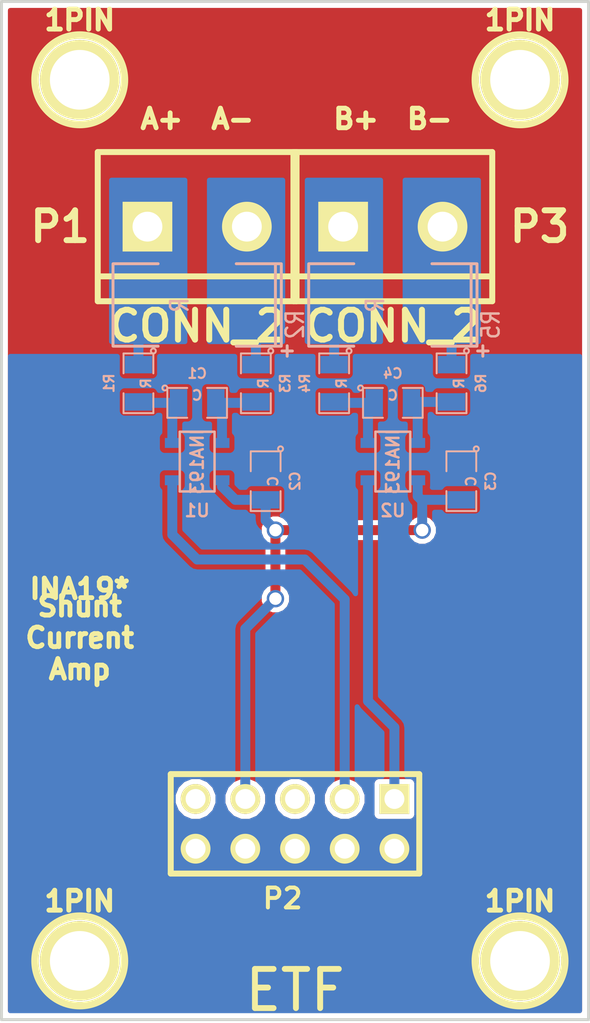
<source format=kicad_pcb>
(kicad_pcb (version 3) (host pcbnew "(2013-mar-13)-testing")

  (general
    (links 30)
    (no_connects 0)
    (area 95.924999 95.924999 126.075001 148.075001)
    (thickness 1.6)
    (drawings 9)
    (tracks 56)
    (zones 0)
    (modules 19)
    (nets 13)
  )

  (page A3)
  (layers
    (15 F.Cu signal hide)
    (0 B.Cu signal hide)
    (16 B.Adhes user)
    (17 F.Adhes user)
    (18 B.Paste user)
    (19 F.Paste user)
    (20 B.SilkS user)
    (21 F.SilkS user)
    (22 B.Mask user)
    (23 F.Mask user)
    (24 Dwgs.User user)
    (25 Cmts.User user)
    (26 Eco1.User user)
    (27 Eco2.User user)
    (28 Edge.Cuts user)
  )

  (setup
    (last_trace_width 0.508)
    (user_trace_width 0.254)
    (user_trace_width 0.508)
    (trace_clearance 0.254)
    (zone_clearance 0.254)
    (zone_45_only no)
    (trace_min 0.254)
    (segment_width 0.2)
    (edge_width 0.15)
    (via_size 0.889)
    (via_drill 0.635)
    (via_min_size 0.889)
    (via_min_drill 0.508)
    (uvia_size 0.508)
    (uvia_drill 0.127)
    (uvias_allowed no)
    (uvia_min_size 0.508)
    (uvia_min_drill 0.127)
    (pcb_text_width 0.3)
    (pcb_text_size 1 1)
    (mod_edge_width 0.15)
    (mod_text_size 1 1)
    (mod_text_width 0.15)
    (pad_size 2.54 2.54)
    (pad_drill 1.524)
    (pad_to_mask_clearance 0)
    (aux_axis_origin 0 0)
    (visible_elements FFFF7FBF)
    (pcbplotparams
      (layerselection 15761409)
      (usegerberextensions true)
      (excludeedgelayer true)
      (linewidth 152400)
      (plotframeref false)
      (viasonmask false)
      (mode 1)
      (useauxorigin false)
      (hpglpennumber 1)
      (hpglpenspeed 20)
      (hpglpendiameter 15)
      (hpglpenoverlay 2)
      (psnegative false)
      (psa4output false)
      (plotreference true)
      (plotvalue false)
      (plotothertext true)
      (plotinvisibletext false)
      (padsonsilk false)
      (subtractmaskfromsilk false)
      (outputformat 1)
      (mirror false)
      (drillshape 0)
      (scaleselection 1)
      (outputdirectory inaout/))
  )

  (net 0 "")
  (net 1 GND)
  (net 2 N-0000010)
  (net 3 N-0000011)
  (net 4 N-0000012)
  (net 5 N-0000013)
  (net 6 N-0000014)
  (net 7 N-000002)
  (net 8 N-000005)
  (net 9 N-000006)
  (net 10 N-000007)
  (net 11 N-000008)
  (net 12 N-000009)

  (net_class Default "This is the default net class."
    (clearance 0.254)
    (trace_width 0.254)
    (via_dia 0.889)
    (via_drill 0.635)
    (uvia_dia 0.508)
    (uvia_drill 0.127)
    (add_net "")
    (add_net GND)
    (add_net N-0000010)
    (add_net N-0000011)
    (add_net N-0000012)
    (add_net N-0000013)
    (add_net N-0000014)
    (add_net N-000002)
    (add_net N-000005)
    (add_net N-000006)
    (add_net N-000007)
    (add_net N-000008)
    (add_net N-000009)
  )

  (module SOT23-5   placed (layer B.Cu) (tedit 515B0E69) (tstamp 515B69BC)
    (at 116 119.5 90)
    (path /515B05E2)
    (attr smd)
    (fp_text reference U2 (at -2.5 0 360) (layer B.SilkS)
      (effects (font (size 0.635 0.635) (thickness 0.127)) (justify mirror))
    )
    (fp_text value INA193 (at 0 0 90) (layer B.SilkS)
      (effects (font (size 0.635 0.635) (thickness 0.127)) (justify mirror))
    )
    (fp_line (start 1.524 0.889) (end 1.524 -0.889) (layer B.SilkS) (width 0.127))
    (fp_line (start 1.524 -0.889) (end -1.524 -0.889) (layer B.SilkS) (width 0.127))
    (fp_line (start -1.524 -0.889) (end -1.524 0.889) (layer B.SilkS) (width 0.127))
    (fp_line (start -1.524 0.889) (end 1.524 0.889) (layer B.SilkS) (width 0.127))
    (pad 1 smd rect (at -0.9525 -1.27 90) (size 0.508 0.762)
      (layers B.Cu B.Paste B.Mask)
      (net 10 N-000007)
    )
    (pad 3 smd rect (at 0.9525 -1.27 90) (size 0.508 0.762)
      (layers B.Cu B.Paste B.Mask)
      (net 8 N-000005)
    )
    (pad 5 smd rect (at -0.9525 1.27 90) (size 0.508 0.762)
      (layers B.Cu B.Paste B.Mask)
      (net 7 N-000002)
    )
    (pad 2 smd rect (at 0 -1.27 90) (size 0.508 0.762)
      (layers B.Cu B.Paste B.Mask)
      (net 1 GND)
    )
    (pad 4 smd rect (at 0.9525 1.27 90) (size 0.508 0.762)
      (layers B.Cu B.Paste B.Mask)
      (net 6 N-0000014)
    )
    (model smd/SOT23_5.wrl
      (at (xyz 0 0 0))
      (scale (xyz 0.1 0.1 0.1))
      (rotate (xyz 0 0 0))
    )
  )

  (module SOT23-5   placed (layer B.Cu) (tedit 515B0E58) (tstamp 515B69AE)
    (at 106 119.5 90)
    (path /515B05EF)
    (attr smd)
    (fp_text reference U1 (at -2.5 0 360) (layer B.SilkS)
      (effects (font (size 0.635 0.635) (thickness 0.127)) (justify mirror))
    )
    (fp_text value INA193 (at 0 0 90) (layer B.SilkS)
      (effects (font (size 0.635 0.635) (thickness 0.127)) (justify mirror))
    )
    (fp_line (start 1.524 0.889) (end 1.524 -0.889) (layer B.SilkS) (width 0.127))
    (fp_line (start 1.524 -0.889) (end -1.524 -0.889) (layer B.SilkS) (width 0.127))
    (fp_line (start -1.524 -0.889) (end -1.524 0.889) (layer B.SilkS) (width 0.127))
    (fp_line (start -1.524 0.889) (end 1.524 0.889) (layer B.SilkS) (width 0.127))
    (pad 1 smd rect (at -0.9525 -1.27 90) (size 0.508 0.762)
      (layers B.Cu B.Paste B.Mask)
      (net 9 N-000006)
    )
    (pad 3 smd rect (at 0.9525 -1.27 90) (size 0.508 0.762)
      (layers B.Cu B.Paste B.Mask)
      (net 5 N-0000013)
    )
    (pad 5 smd rect (at -0.9525 1.27 90) (size 0.508 0.762)
      (layers B.Cu B.Paste B.Mask)
      (net 7 N-000002)
    )
    (pad 2 smd rect (at 0 -1.27 90) (size 0.508 0.762)
      (layers B.Cu B.Paste B.Mask)
      (net 1 GND)
    )
    (pad 4 smd rect (at 0.9525 1.27 90) (size 0.508 0.762)
      (layers B.Cu B.Paste B.Mask)
      (net 4 N-0000012)
    )
    (model smd/SOT23_5.wrl
      (at (xyz 0 0 0))
      (scale (xyz 0.1 0.1 0.1))
      (rotate (xyz 0 0 0))
    )
  )

  (module SM2512   placed (layer B.Cu) (tedit 515B0E61) (tstamp 515B69F6)
    (at 116 111.5 180)
    (tags "CMS SM")
    (path /515B074D)
    (attr smd)
    (fp_text reference R5 (at -5 -1 450) (layer B.SilkS)
      (effects (font (size 0.889 0.762) (thickness 0.127)) (justify mirror))
    )
    (fp_text value R (at 0.89916 0 450) (layer B.SilkS)
      (effects (font (size 0.889 0.762) (thickness 0.127)) (justify mirror))
    )
    (fp_line (start -3.99956 2.10058) (end -3.99956 -2.10058) (layer B.SilkS) (width 0.14986))
    (fp_text user + (at -4.59994 -2.30124 180) (layer B.SilkS)
      (effects (font (size 0.7 0.7) (thickness 0.15)) (justify mirror))
    )
    (fp_line (start -4.30022 2.10058) (end -4.30022 -2.10058) (layer B.SilkS) (width 0.14986))
    (fp_line (start 4.30022 2.10058) (end 4.30022 -2.10058) (layer B.SilkS) (width 0.14986))
    (fp_line (start 1.99644 -2.10566) (end 4.28244 -2.10566) (layer B.SilkS) (width 0.14986))
    (fp_line (start 4.28244 2.10566) (end 1.99644 2.10566) (layer B.SilkS) (width 0.14986))
    (fp_line (start -1.99898 2.10566) (end -4.28498 2.10566) (layer B.SilkS) (width 0.14986))
    (fp_line (start -4.28244 -2.10566) (end -1.99644 -2.10566) (layer B.SilkS) (width 0.14986))
    (pad 1 smd rect (at -2.99974 0 180) (size 1.99898 2.99974)
      (layers B.Cu B.Paste B.Mask)
      (net 3 N-0000011)
    )
    (pad 2 smd rect (at 2.99974 0 180) (size 1.99898 2.99974)
      (layers B.Cu B.Paste B.Mask)
      (net 11 N-000008)
    )
    (model smd\chip_smd_pol_wide.wrl
      (at (xyz 0 0 0))
      (scale (xyz 0.35 0.35 0.35))
      (rotate (xyz 0 0 0))
    )
  )

  (module SM2512   placed (layer B.Cu) (tedit 515B0E63) (tstamp 515B69E7)
    (at 106 111.5 180)
    (tags "CMS SM")
    (path /515B075D)
    (attr smd)
    (fp_text reference R2 (at -5 -1 450) (layer B.SilkS)
      (effects (font (size 0.889 0.762) (thickness 0.127)) (justify mirror))
    )
    (fp_text value R (at 0.89916 0 450) (layer B.SilkS)
      (effects (font (size 0.889 0.762) (thickness 0.127)) (justify mirror))
    )
    (fp_line (start -3.99956 2.10058) (end -3.99956 -2.10058) (layer B.SilkS) (width 0.14986))
    (fp_text user + (at -4.59994 -2.30124 180) (layer B.SilkS)
      (effects (font (size 0.7 0.7) (thickness 0.15)) (justify mirror))
    )
    (fp_line (start -4.30022 2.10058) (end -4.30022 -2.10058) (layer B.SilkS) (width 0.14986))
    (fp_line (start 4.30022 2.10058) (end 4.30022 -2.10058) (layer B.SilkS) (width 0.14986))
    (fp_line (start 1.99644 -2.10566) (end 4.28244 -2.10566) (layer B.SilkS) (width 0.14986))
    (fp_line (start 4.28244 2.10566) (end 1.99644 2.10566) (layer B.SilkS) (width 0.14986))
    (fp_line (start -1.99898 2.10566) (end -4.28498 2.10566) (layer B.SilkS) (width 0.14986))
    (fp_line (start -4.28244 -2.10566) (end -1.99644 -2.10566) (layer B.SilkS) (width 0.14986))
    (pad 1 smd rect (at -2.99974 0 180) (size 1.99898 2.99974)
      (layers B.Cu B.Paste B.Mask)
      (net 2 N-0000010)
    )
    (pad 2 smd rect (at 2.99974 0 180) (size 1.99898 2.99974)
      (layers B.Cu B.Paste B.Mask)
      (net 12 N-000009)
    )
    (model smd\chip_smd_pol_wide.wrl
      (at (xyz 0 0 0))
      (scale (xyz 0.35 0.35 0.35))
      (rotate (xyz 0 0 0))
    )
  )

  (module SM0805   placed (layer B.Cu) (tedit 515B0E66) (tstamp 515B693E)
    (at 116 116.5)
    (path /515B0719)
    (attr smd)
    (fp_text reference C4 (at 0 -1.5) (layer B.SilkS)
      (effects (font (size 0.50038 0.50038) (thickness 0.10922)) (justify mirror))
    )
    (fp_text value C (at 0 -0.381) (layer B.SilkS)
      (effects (font (size 0.50038 0.50038) (thickness 0.10922)) (justify mirror))
    )
    (fp_circle (center -1.651 -0.762) (end -1.651 -0.635) (layer B.SilkS) (width 0.09906))
    (fp_line (start -0.508 -0.762) (end -1.524 -0.762) (layer B.SilkS) (width 0.09906))
    (fp_line (start -1.524 -0.762) (end -1.524 0.762) (layer B.SilkS) (width 0.09906))
    (fp_line (start -1.524 0.762) (end -0.508 0.762) (layer B.SilkS) (width 0.09906))
    (fp_line (start 0.508 0.762) (end 1.524 0.762) (layer B.SilkS) (width 0.09906))
    (fp_line (start 1.524 0.762) (end 1.524 -0.762) (layer B.SilkS) (width 0.09906))
    (fp_line (start 1.524 -0.762) (end 0.508 -0.762) (layer B.SilkS) (width 0.09906))
    (pad 1 smd rect (at -0.9525 0) (size 0.889 1.397)
      (layers B.Cu B.Paste B.Mask)
      (net 8 N-000005)
    )
    (pad 2 smd rect (at 0.9525 0) (size 0.889 1.397)
      (layers B.Cu B.Paste B.Mask)
      (net 6 N-0000014)
    )
    (model smd/chip_cms.wrl
      (at (xyz 0 0 0))
      (scale (xyz 0.1 0.1 0.1))
      (rotate (xyz 0 0 0))
    )
  )

  (module SM0805   placed (layer B.Cu) (tedit 515B0E59) (tstamp 515B694C)
    (at 106 116.5)
    (path /515B0726)
    (attr smd)
    (fp_text reference C1 (at 0 -1.5) (layer B.SilkS)
      (effects (font (size 0.50038 0.50038) (thickness 0.10922)) (justify mirror))
    )
    (fp_text value C (at 0 -0.381) (layer B.SilkS)
      (effects (font (size 0.50038 0.50038) (thickness 0.10922)) (justify mirror))
    )
    (fp_circle (center -1.651 -0.762) (end -1.651 -0.635) (layer B.SilkS) (width 0.09906))
    (fp_line (start -0.508 -0.762) (end -1.524 -0.762) (layer B.SilkS) (width 0.09906))
    (fp_line (start -1.524 -0.762) (end -1.524 0.762) (layer B.SilkS) (width 0.09906))
    (fp_line (start -1.524 0.762) (end -0.508 0.762) (layer B.SilkS) (width 0.09906))
    (fp_line (start 0.508 0.762) (end 1.524 0.762) (layer B.SilkS) (width 0.09906))
    (fp_line (start 1.524 0.762) (end 1.524 -0.762) (layer B.SilkS) (width 0.09906))
    (fp_line (start 1.524 -0.762) (end 0.508 -0.762) (layer B.SilkS) (width 0.09906))
    (pad 1 smd rect (at -0.9525 0) (size 0.889 1.397)
      (layers B.Cu B.Paste B.Mask)
      (net 5 N-0000013)
    )
    (pad 2 smd rect (at 0.9525 0) (size 0.889 1.397)
      (layers B.Cu B.Paste B.Mask)
      (net 4 N-0000012)
    )
    (model smd/chip_cms.wrl
      (at (xyz 0 0 0))
      (scale (xyz 0.1 0.1 0.1))
      (rotate (xyz 0 0 0))
    )
  )

  (module SM0805   placed (layer B.Cu) (tedit 515B0E51) (tstamp 515B695A)
    (at 103 115.5 270)
    (path /515B072E)
    (attr smd)
    (fp_text reference R1 (at 0 1.5 270) (layer B.SilkS)
      (effects (font (size 0.50038 0.50038) (thickness 0.10922)) (justify mirror))
    )
    (fp_text value R (at 0 -0.381 270) (layer B.SilkS)
      (effects (font (size 0.50038 0.50038) (thickness 0.10922)) (justify mirror))
    )
    (fp_circle (center -1.651 -0.762) (end -1.651 -0.635) (layer B.SilkS) (width 0.09906))
    (fp_line (start -0.508 -0.762) (end -1.524 -0.762) (layer B.SilkS) (width 0.09906))
    (fp_line (start -1.524 -0.762) (end -1.524 0.762) (layer B.SilkS) (width 0.09906))
    (fp_line (start -1.524 0.762) (end -0.508 0.762) (layer B.SilkS) (width 0.09906))
    (fp_line (start 0.508 0.762) (end 1.524 0.762) (layer B.SilkS) (width 0.09906))
    (fp_line (start 1.524 0.762) (end 1.524 -0.762) (layer B.SilkS) (width 0.09906))
    (fp_line (start 1.524 -0.762) (end 0.508 -0.762) (layer B.SilkS) (width 0.09906))
    (pad 1 smd rect (at -0.9525 0 270) (size 0.889 1.397)
      (layers B.Cu B.Paste B.Mask)
      (net 12 N-000009)
    )
    (pad 2 smd rect (at 0.9525 0 270) (size 0.889 1.397)
      (layers B.Cu B.Paste B.Mask)
      (net 5 N-0000013)
    )
    (model smd/chip_cms.wrl
      (at (xyz 0 0 0))
      (scale (xyz 0.1 0.1 0.1))
      (rotate (xyz 0 0 0))
    )
  )

  (module SM0805   placed (layer B.Cu) (tedit 515B0E5D) (tstamp 515B6968)
    (at 109 115.5 270)
    (path /515B073B)
    (attr smd)
    (fp_text reference R3 (at 0 -1.5 270) (layer B.SilkS)
      (effects (font (size 0.50038 0.50038) (thickness 0.10922)) (justify mirror))
    )
    (fp_text value R (at 0 -0.381 270) (layer B.SilkS)
      (effects (font (size 0.50038 0.50038) (thickness 0.10922)) (justify mirror))
    )
    (fp_circle (center -1.651 -0.762) (end -1.651 -0.635) (layer B.SilkS) (width 0.09906))
    (fp_line (start -0.508 -0.762) (end -1.524 -0.762) (layer B.SilkS) (width 0.09906))
    (fp_line (start -1.524 -0.762) (end -1.524 0.762) (layer B.SilkS) (width 0.09906))
    (fp_line (start -1.524 0.762) (end -0.508 0.762) (layer B.SilkS) (width 0.09906))
    (fp_line (start 0.508 0.762) (end 1.524 0.762) (layer B.SilkS) (width 0.09906))
    (fp_line (start 1.524 0.762) (end 1.524 -0.762) (layer B.SilkS) (width 0.09906))
    (fp_line (start 1.524 -0.762) (end 0.508 -0.762) (layer B.SilkS) (width 0.09906))
    (pad 1 smd rect (at -0.9525 0 270) (size 0.889 1.397)
      (layers B.Cu B.Paste B.Mask)
      (net 2 N-0000010)
    )
    (pad 2 smd rect (at 0.9525 0 270) (size 0.889 1.397)
      (layers B.Cu B.Paste B.Mask)
      (net 4 N-0000012)
    )
    (model smd/chip_cms.wrl
      (at (xyz 0 0 0))
      (scale (xyz 0.1 0.1 0.1))
      (rotate (xyz 0 0 0))
    )
  )

  (module SM0805   placed (layer B.Cu) (tedit 515B0E67) (tstamp 515B6976)
    (at 113 115.5 270)
    (path /515B0741)
    (attr smd)
    (fp_text reference R4 (at 0 1.5 270) (layer B.SilkS)
      (effects (font (size 0.50038 0.50038) (thickness 0.10922)) (justify mirror))
    )
    (fp_text value R (at 0 -0.381 270) (layer B.SilkS)
      (effects (font (size 0.50038 0.50038) (thickness 0.10922)) (justify mirror))
    )
    (fp_circle (center -1.651 -0.762) (end -1.651 -0.635) (layer B.SilkS) (width 0.09906))
    (fp_line (start -0.508 -0.762) (end -1.524 -0.762) (layer B.SilkS) (width 0.09906))
    (fp_line (start -1.524 -0.762) (end -1.524 0.762) (layer B.SilkS) (width 0.09906))
    (fp_line (start -1.524 0.762) (end -0.508 0.762) (layer B.SilkS) (width 0.09906))
    (fp_line (start 0.508 0.762) (end 1.524 0.762) (layer B.SilkS) (width 0.09906))
    (fp_line (start 1.524 0.762) (end 1.524 -0.762) (layer B.SilkS) (width 0.09906))
    (fp_line (start 1.524 -0.762) (end 0.508 -0.762) (layer B.SilkS) (width 0.09906))
    (pad 1 smd rect (at -0.9525 0 270) (size 0.889 1.397)
      (layers B.Cu B.Paste B.Mask)
      (net 11 N-000008)
    )
    (pad 2 smd rect (at 0.9525 0 270) (size 0.889 1.397)
      (layers B.Cu B.Paste B.Mask)
      (net 8 N-000005)
    )
    (model smd/chip_cms.wrl
      (at (xyz 0 0 0))
      (scale (xyz 0.1 0.1 0.1))
      (rotate (xyz 0 0 0))
    )
  )

  (module SM0805   placed (layer B.Cu) (tedit 515B0E65) (tstamp 515B6984)
    (at 119 115.5 270)
    (path /515B0747)
    (attr smd)
    (fp_text reference R6 (at 0 -1.5 270) (layer B.SilkS)
      (effects (font (size 0.50038 0.50038) (thickness 0.10922)) (justify mirror))
    )
    (fp_text value R (at 0 -0.381 270) (layer B.SilkS)
      (effects (font (size 0.50038 0.50038) (thickness 0.10922)) (justify mirror))
    )
    (fp_circle (center -1.651 -0.762) (end -1.651 -0.635) (layer B.SilkS) (width 0.09906))
    (fp_line (start -0.508 -0.762) (end -1.524 -0.762) (layer B.SilkS) (width 0.09906))
    (fp_line (start -1.524 -0.762) (end -1.524 0.762) (layer B.SilkS) (width 0.09906))
    (fp_line (start -1.524 0.762) (end -0.508 0.762) (layer B.SilkS) (width 0.09906))
    (fp_line (start 0.508 0.762) (end 1.524 0.762) (layer B.SilkS) (width 0.09906))
    (fp_line (start 1.524 0.762) (end 1.524 -0.762) (layer B.SilkS) (width 0.09906))
    (fp_line (start 1.524 -0.762) (end 0.508 -0.762) (layer B.SilkS) (width 0.09906))
    (pad 1 smd rect (at -0.9525 0 270) (size 0.889 1.397)
      (layers B.Cu B.Paste B.Mask)
      (net 3 N-0000011)
    )
    (pad 2 smd rect (at 0.9525 0 270) (size 0.889 1.397)
      (layers B.Cu B.Paste B.Mask)
      (net 6 N-0000014)
    )
    (model smd/chip_cms.wrl
      (at (xyz 0 0 0))
      (scale (xyz 0.1 0.1 0.1))
      (rotate (xyz 0 0 0))
    )
  )

  (module SM0805   placed (layer B.Cu) (tedit 515B0E6B) (tstamp 515B69A0)
    (at 119.5 120.5 270)
    (path /515B0A4D)
    (attr smd)
    (fp_text reference C3 (at 0 -1.5 270) (layer B.SilkS)
      (effects (font (size 0.50038 0.50038) (thickness 0.10922)) (justify mirror))
    )
    (fp_text value C (at 0 -0.5 270) (layer B.SilkS)
      (effects (font (size 0.50038 0.50038) (thickness 0.10922)) (justify mirror))
    )
    (fp_circle (center -1.651 -0.762) (end -1.651 -0.635) (layer B.SilkS) (width 0.09906))
    (fp_line (start -0.508 -0.762) (end -1.524 -0.762) (layer B.SilkS) (width 0.09906))
    (fp_line (start -1.524 -0.762) (end -1.524 0.762) (layer B.SilkS) (width 0.09906))
    (fp_line (start -1.524 0.762) (end -0.508 0.762) (layer B.SilkS) (width 0.09906))
    (fp_line (start 0.508 0.762) (end 1.524 0.762) (layer B.SilkS) (width 0.09906))
    (fp_line (start 1.524 0.762) (end 1.524 -0.762) (layer B.SilkS) (width 0.09906))
    (fp_line (start 1.524 -0.762) (end 0.508 -0.762) (layer B.SilkS) (width 0.09906))
    (pad 1 smd rect (at -0.9525 0 270) (size 0.889 1.397)
      (layers B.Cu B.Paste B.Mask)
      (net 1 GND)
    )
    (pad 2 smd rect (at 0.9525 0 270) (size 0.889 1.397)
      (layers B.Cu B.Paste B.Mask)
      (net 7 N-000002)
    )
    (model smd/chip_cms.wrl
      (at (xyz 0 0 0))
      (scale (xyz 0.1 0.1 0.1))
      (rotate (xyz 0 0 0))
    )
  )

  (module SM0805   placed (layer B.Cu) (tedit 515B0E5B) (tstamp 515B6992)
    (at 109.5 120.5 270)
    (path /515B0A53)
    (attr smd)
    (fp_text reference C2 (at 0 -1.5 270) (layer B.SilkS)
      (effects (font (size 0.50038 0.50038) (thickness 0.10922)) (justify mirror))
    )
    (fp_text value C (at 0 -0.381 270) (layer B.SilkS)
      (effects (font (size 0.50038 0.50038) (thickness 0.10922)) (justify mirror))
    )
    (fp_circle (center -1.651 -0.762) (end -1.651 -0.635) (layer B.SilkS) (width 0.09906))
    (fp_line (start -0.508 -0.762) (end -1.524 -0.762) (layer B.SilkS) (width 0.09906))
    (fp_line (start -1.524 -0.762) (end -1.524 0.762) (layer B.SilkS) (width 0.09906))
    (fp_line (start -1.524 0.762) (end -0.508 0.762) (layer B.SilkS) (width 0.09906))
    (fp_line (start 0.508 0.762) (end 1.524 0.762) (layer B.SilkS) (width 0.09906))
    (fp_line (start 1.524 0.762) (end 1.524 -0.762) (layer B.SilkS) (width 0.09906))
    (fp_line (start 1.524 -0.762) (end 0.508 -0.762) (layer B.SilkS) (width 0.09906))
    (pad 1 smd rect (at -0.9525 0 270) (size 0.889 1.397)
      (layers B.Cu B.Paste B.Mask)
      (net 1 GND)
    )
    (pad 2 smd rect (at 0.9525 0 270) (size 0.889 1.397)
      (layers B.Cu B.Paste B.Mask)
      (net 7 N-000002)
    )
    (model smd/chip_cms.wrl
      (at (xyz 0 0 0))
      (scale (xyz 0.1 0.1 0.1))
      (rotate (xyz 0 0 0))
    )
  )

  (module PIN_ARRAY_5x2   placed (layer F.Cu) (tedit 3FCF2109) (tstamp 515B6A09)
    (at 111 138 180)
    (descr "Double rangee de contacts 2 x 5 pins")
    (tags CONN)
    (path /515B05F7)
    (fp_text reference P2 (at 0.635 -3.81 180) (layer F.SilkS)
      (effects (font (size 1.016 1.016) (thickness 0.2032)))
    )
    (fp_text value CONN_5X2 (at 0 -3.81 180) (layer F.SilkS) hide
      (effects (font (size 1.016 1.016) (thickness 0.2032)))
    )
    (fp_line (start -6.35 -2.54) (end 6.35 -2.54) (layer F.SilkS) (width 0.3048))
    (fp_line (start 6.35 -2.54) (end 6.35 2.54) (layer F.SilkS) (width 0.3048))
    (fp_line (start 6.35 2.54) (end -6.35 2.54) (layer F.SilkS) (width 0.3048))
    (fp_line (start -6.35 2.54) (end -6.35 -2.54) (layer F.SilkS) (width 0.3048))
    (pad 1 thru_hole rect (at -5.08 1.27 180) (size 1.524 1.524) (drill 1.016)
      (layers *.Cu *.Mask F.SilkS)
      (net 10 N-000007)
    )
    (pad 2 thru_hole circle (at -5.08 -1.27 180) (size 1.524 1.524) (drill 1.016)
      (layers *.Cu *.Mask F.SilkS)
      (net 1 GND)
    )
    (pad 3 thru_hole circle (at -2.54 1.27 180) (size 1.524 1.524) (drill 1.016)
      (layers *.Cu *.Mask F.SilkS)
      (net 9 N-000006)
    )
    (pad 4 thru_hole circle (at -2.54 -1.27 180) (size 1.524 1.524) (drill 1.016)
      (layers *.Cu *.Mask F.SilkS)
      (net 1 GND)
    )
    (pad 5 thru_hole circle (at 0 1.27 180) (size 1.524 1.524) (drill 1.016)
      (layers *.Cu *.Mask F.SilkS)
    )
    (pad 6 thru_hole circle (at 0 -1.27 180) (size 1.524 1.524) (drill 1.016)
      (layers *.Cu *.Mask F.SilkS)
      (net 1 GND)
    )
    (pad 7 thru_hole circle (at 2.54 1.27 180) (size 1.524 1.524) (drill 1.016)
      (layers *.Cu *.Mask F.SilkS)
      (net 7 N-000002)
    )
    (pad 8 thru_hole circle (at 2.54 -1.27 180) (size 1.524 1.524) (drill 1.016)
      (layers *.Cu *.Mask F.SilkS)
      (net 1 GND)
    )
    (pad 9 thru_hole circle (at 5.08 1.27 180) (size 1.524 1.524) (drill 1.016)
      (layers *.Cu *.Mask F.SilkS)
    )
    (pad 10 thru_hole circle (at 5.08 -1.27 180) (size 1.524 1.524) (drill 1.016)
      (layers *.Cu *.Mask F.SilkS)
      (net 1 GND)
    )
    (model pin_array/pins_array_5x2.wrl
      (at (xyz 0 0 0))
      (scale (xyz 1 1 1))
      (rotate (xyz 0 0 0))
    )
  )

  (module bornier2   placed (layer F.Cu) (tedit 515B0D8E) (tstamp 515B6A15)
    (at 106 107.5)
    (descr "Bornier d'alimentation 2 pins")
    (tags DEV)
    (path /515B0912)
    (fp_text reference P1 (at -7 0) (layer F.SilkS)
      (effects (font (thickness 0.3048)))
    )
    (fp_text value CONN_2 (at 0 5.08) (layer F.SilkS)
      (effects (font (thickness 0.3048)))
    )
    (fp_line (start 5.08 2.54) (end -5.08 2.54) (layer F.SilkS) (width 0.3048))
    (fp_line (start 5.08 3.81) (end 5.08 -3.81) (layer F.SilkS) (width 0.3048))
    (fp_line (start 5.08 -3.81) (end -5.08 -3.81) (layer F.SilkS) (width 0.3048))
    (fp_line (start -5.08 -3.81) (end -5.08 3.81) (layer F.SilkS) (width 0.3048))
    (fp_line (start -5.08 3.81) (end 5.08 3.81) (layer F.SilkS) (width 0.3048))
    (pad 1 thru_hole rect (at -2.54 0) (size 2.54 2.54) (drill 1.524)
      (layers *.Cu *.Mask F.SilkS)
      (net 12 N-000009)
      (zone_connect 2)
    )
    (pad 2 thru_hole circle (at 2.54 0) (size 2.54 2.54) (drill 1.524)
      (layers *.Cu *.Mask F.SilkS)
      (net 2 N-0000010)
      (zone_connect 2)
    )
    (model device/bornier_2.wrl
      (at (xyz 0 0 0))
      (scale (xyz 1 1 1))
      (rotate (xyz 0 0 0))
    )
  )

  (module bornier2   placed (layer F.Cu) (tedit 515B0D90) (tstamp 515B6A21)
    (at 116 107.5)
    (descr "Bornier d'alimentation 2 pins")
    (tags DEV)
    (path /515B091F)
    (fp_text reference P3 (at 7.5 0) (layer F.SilkS)
      (effects (font (thickness 0.3048)))
    )
    (fp_text value CONN_2 (at 0 5.08) (layer F.SilkS)
      (effects (font (thickness 0.3048)))
    )
    (fp_line (start 5.08 2.54) (end -5.08 2.54) (layer F.SilkS) (width 0.3048))
    (fp_line (start 5.08 3.81) (end 5.08 -3.81) (layer F.SilkS) (width 0.3048))
    (fp_line (start 5.08 -3.81) (end -5.08 -3.81) (layer F.SilkS) (width 0.3048))
    (fp_line (start -5.08 -3.81) (end -5.08 3.81) (layer F.SilkS) (width 0.3048))
    (fp_line (start -5.08 3.81) (end 5.08 3.81) (layer F.SilkS) (width 0.3048))
    (pad 1 thru_hole rect (at -2.54 0) (size 2.54 2.54) (drill 1.524)
      (layers *.Cu *.Mask F.SilkS)
      (net 11 N-000008)
      (zone_connect 2)
    )
    (pad 2 thru_hole circle (at 2.54 0) (size 2.54 2.54) (drill 1.524)
      (layers *.Cu *.Mask F.SilkS)
      (net 3 N-0000011)
      (zone_connect 2)
    )
    (model device/bornier_2.wrl
      (at (xyz 0 0 0))
      (scale (xyz 1 1 1))
      (rotate (xyz 0 0 0))
    )
  )

  (module 1pin (layer F.Cu) (tedit 200000) (tstamp 515B69C3)
    (at 100 100)
    (descr "module 1 pin (ou trou mecanique de percage)")
    (tags DEV)
    (path 1pin)
    (fp_text reference 1PIN (at 0 -3.048) (layer F.SilkS)
      (effects (font (size 1.016 1.016) (thickness 0.254)))
    )
    (fp_text value P*** (at 0 2.794) (layer F.SilkS) hide
      (effects (font (size 1.016 1.016) (thickness 0.254)))
    )
    (fp_circle (center 0 0) (end 0 -2.286) (layer F.SilkS) (width 0.381))
    (pad 1 thru_hole circle (at 0 0) (size 4.064 4.064) (drill 3.048)
      (layers *.Cu *.Mask F.SilkS)
    )
  )

  (module 1pin (layer F.Cu) (tedit 200000) (tstamp 515B69CA)
    (at 100 145)
    (descr "module 1 pin (ou trou mecanique de percage)")
    (tags DEV)
    (path 1pin)
    (fp_text reference 1PIN (at 0 -3.048) (layer F.SilkS)
      (effects (font (size 1.016 1.016) (thickness 0.254)))
    )
    (fp_text value P*** (at 0 2.794) (layer F.SilkS) hide
      (effects (font (size 1.016 1.016) (thickness 0.254)))
    )
    (fp_circle (center 0 0) (end 0 -2.286) (layer F.SilkS) (width 0.381))
    (pad 1 thru_hole circle (at 0 0) (size 4.064 4.064) (drill 3.048)
      (layers *.Cu *.Mask F.SilkS)
    )
  )

  (module 1pin (layer F.Cu) (tedit 200000) (tstamp 515B69D1)
    (at 122.5 100)
    (descr "module 1 pin (ou trou mecanique de percage)")
    (tags DEV)
    (path 1pin)
    (fp_text reference 1PIN (at 0 -3.048) (layer F.SilkS)
      (effects (font (size 1.016 1.016) (thickness 0.254)))
    )
    (fp_text value P*** (at 0 2.794) (layer F.SilkS) hide
      (effects (font (size 1.016 1.016) (thickness 0.254)))
    )
    (fp_circle (center 0 0) (end 0 -2.286) (layer F.SilkS) (width 0.381))
    (pad 1 thru_hole circle (at 0 0) (size 4.064 4.064) (drill 3.048)
      (layers *.Cu *.Mask F.SilkS)
    )
  )

  (module 1pin (layer F.Cu) (tedit 200000) (tstamp 515B69D8)
    (at 122.5 145)
    (descr "module 1 pin (ou trou mecanique de percage)")
    (tags DEV)
    (path 1pin)
    (fp_text reference 1PIN (at 0 -3.048) (layer F.SilkS)
      (effects (font (size 1.016 1.016) (thickness 0.254)))
    )
    (fp_text value P*** (at 0 2.794) (layer F.SilkS) hide
      (effects (font (size 1.016 1.016) (thickness 0.254)))
    )
    (fp_circle (center 0 0) (end 0 -2.286) (layer F.SilkS) (width 0.381))
    (pad 1 thru_hole circle (at 0 0) (size 4.064 4.064) (drill 3.048)
      (layers *.Cu *.Mask F.SilkS)
    )
  )

  (gr_text ETF (at 111 146.5) (layer F.SilkS)
    (effects (font (size 2 2) (thickness 0.3)))
  )
  (gr_text "B+  B-" (at 116 102) (layer F.SilkS)
    (effects (font (size 1 1) (thickness 0.25)))
  )
  (gr_text "A+  A-" (at 106 102) (layer F.SilkS)
    (effects (font (size 1 1) (thickness 0.25)))
  )
  (gr_text "Shunt\nCurrent\nAmp" (at 100 128.5) (layer F.SilkS)
    (effects (font (size 1 1) (thickness 0.25)))
  )
  (gr_text INA19* (at 100 126) (layer F.SilkS)
    (effects (font (size 1 1) (thickness 0.25)))
  )
  (gr_line (start 126 96) (end 96 96) (angle 90) (layer Edge.Cuts) (width 0.15))
  (gr_line (start 126 148) (end 126 96) (angle 90) (layer Edge.Cuts) (width 0.15))
  (gr_line (start 96 148) (end 126 148) (angle 90) (layer Edge.Cuts) (width 0.15))
  (gr_line (start 96 96) (end 96 148) (angle 90) (layer Edge.Cuts) (width 0.15))

  (segment (start 119.5 119.5475) (end 114.7775 119.5475) (width 0.508) (layer B.Cu) (net 1))
  (segment (start 114.7775 119.5475) (end 114.73 119.5) (width 0.508) (layer B.Cu) (net 1) (tstamp 515B6CE2))
  (segment (start 109.5 119.5475) (end 114.6825 119.5475) (width 0.508) (layer B.Cu) (net 1))
  (segment (start 114.6825 119.5475) (end 114.73 119.5) (width 0.508) (layer B.Cu) (net 1) (tstamp 515B6CDF))
  (segment (start 114.905 119.5) (end 114.73 119.5) (width 0.508) (layer B.Cu) (net 1) (tstamp 515B6CB2))
  (segment (start 114.9525 119.5475) (end 114.905 119.5) (width 0.508) (layer B.Cu) (net 1) (tstamp 515B6CB1))
  (segment (start 104.73 119.5) (end 109.4525 119.5) (width 0.508) (layer B.Cu) (net 1))
  (segment (start 109.4525 119.5) (end 109.5 119.5475) (width 0.508) (layer B.Cu) (net 1) (tstamp 515B6CAE))
  (segment (start 109 114.5475) (end 109 111.50026) (width 0.508) (layer B.Cu) (net 2))
  (segment (start 109 111.50026) (end 108.99974 111.5) (width 0.508) (layer B.Cu) (net 2) (tstamp 515B6C92))
  (segment (start 119 114.5475) (end 119 111.50026) (width 0.508) (layer B.Cu) (net 3))
  (segment (start 119 111.50026) (end 118.99974 111.5) (width 0.508) (layer B.Cu) (net 3) (tstamp 515B6C9E))
  (segment (start 107.27 118.5475) (end 107.27 116.8175) (width 0.508) (layer B.Cu) (net 4))
  (segment (start 107.27 116.8175) (end 106.9525 116.5) (width 0.508) (layer B.Cu) (net 4) (tstamp 515B6CAB))
  (segment (start 106.9525 116.5) (end 108.9525 116.5) (width 0.508) (layer B.Cu) (net 4))
  (segment (start 108.9525 116.5) (end 109 116.4525) (width 0.508) (layer B.Cu) (net 4) (tstamp 515B6C95))
  (segment (start 104.73 118.5475) (end 104.73 116.8175) (width 0.508) (layer B.Cu) (net 5))
  (segment (start 104.73 116.8175) (end 105.0475 116.5) (width 0.508) (layer B.Cu) (net 5) (tstamp 515B6CA8))
  (segment (start 105.0475 116.5) (end 103.0475 116.5) (width 0.508) (layer B.Cu) (net 5))
  (segment (start 103.0475 116.5) (end 103 116.4525) (width 0.508) (layer B.Cu) (net 5) (tstamp 515B6C98))
  (segment (start 117.27 118.5475) (end 117.27 116.8175) (width 0.508) (layer B.Cu) (net 6))
  (segment (start 117.27 116.8175) (end 116.9525 116.5) (width 0.508) (layer B.Cu) (net 6) (tstamp 515B6CBA))
  (segment (start 119 116.4525) (end 117 116.4525) (width 0.508) (layer B.Cu) (net 6))
  (segment (start 117 116.4525) (end 116.9525 116.5) (width 0.508) (layer B.Cu) (net 6) (tstamp 515B6CA1))
  (segment (start 110 123) (end 117.5 123) (width 0.508) (layer F.Cu) (net 7))
  (segment (start 117.5 123) (end 117.5 121.5) (width 0.508) (layer B.Cu) (net 7) (tstamp 515B6D06))
  (via (at 117.5 123) (size 0.889) (layers F.Cu B.Cu) (net 7))
  (segment (start 108.46 136.73) (end 108.46 128.04) (width 0.508) (layer B.Cu) (net 7))
  (segment (start 109.5 122.5) (end 109.5 121.4525) (width 0.508) (layer B.Cu) (net 7) (tstamp 515B6CFA))
  (segment (start 110 123) (end 109.5 122.5) (width 0.508) (layer B.Cu) (net 7) (tstamp 515B6CF9))
  (via (at 110 123) (size 0.889) (layers F.Cu B.Cu) (net 7))
  (segment (start 110 126.5) (end 110 123) (width 0.508) (layer F.Cu) (net 7) (tstamp 515B6CF6))
  (via (at 110 126.5) (size 0.889) (layers F.Cu B.Cu) (net 7))
  (segment (start 108.46 128.04) (end 110 126.5) (width 0.508) (layer B.Cu) (net 7) (tstamp 515B6CF4))
  (segment (start 117.27 120.4525) (end 117.27 121.27) (width 0.508) (layer B.Cu) (net 7))
  (segment (start 117.4525 121.4525) (end 119.5 121.4525) (width 0.508) (layer B.Cu) (net 7) (tstamp 515B6CE6))
  (segment (start 117.27 121.27) (end 117.4525 121.4525) (width 0.508) (layer B.Cu) (net 7) (tstamp 515B6CE5))
  (segment (start 107.27 120.4525) (end 107.27 120.77) (width 0.508) (layer B.Cu) (net 7))
  (segment (start 107.9525 121.4525) (end 109.5 121.4525) (width 0.508) (layer B.Cu) (net 7) (tstamp 515B6CBE))
  (segment (start 107.27 120.77) (end 107.9525 121.4525) (width 0.508) (layer B.Cu) (net 7) (tstamp 515B6CBD))
  (segment (start 114.73 118.5475) (end 114.73 116.8175) (width 0.508) (layer B.Cu) (net 8))
  (segment (start 114.73 116.8175) (end 115.0475 116.5) (width 0.508) (layer B.Cu) (net 8) (tstamp 515B6CB7))
  (segment (start 115.0475 116.5) (end 113.0475 116.5) (width 0.508) (layer B.Cu) (net 8))
  (segment (start 113.0475 116.5) (end 113 116.4525) (width 0.508) (layer B.Cu) (net 8) (tstamp 515B6CA5))
  (segment (start 104.73 120.4525) (end 104.73 123.23) (width 0.508) (layer B.Cu) (net 9))
  (segment (start 113.54 126.54) (end 113.54 136.73) (width 0.508) (layer B.Cu) (net 9) (tstamp 515B6CF0))
  (segment (start 111.5 124.5) (end 113.54 126.54) (width 0.508) (layer B.Cu) (net 9) (tstamp 515B6CEF))
  (segment (start 106 124.5) (end 111.5 124.5) (width 0.508) (layer B.Cu) (net 9) (tstamp 515B6CEE))
  (segment (start 104.73 123.23) (end 106 124.5) (width 0.508) (layer B.Cu) (net 9) (tstamp 515B6CED))
  (segment (start 114.73 120.4525) (end 114.73 131.73) (width 0.508) (layer B.Cu) (net 10))
  (segment (start 116.08 133.08) (end 116.08 136.73) (width 0.508) (layer B.Cu) (net 10) (tstamp 515B6CEA))
  (segment (start 114.73 131.73) (end 116.08 133.08) (width 0.508) (layer B.Cu) (net 10) (tstamp 515B6CE9))
  (segment (start 113 114.5475) (end 113 111.50026) (width 0.508) (layer B.Cu) (net 11))
  (segment (start 113 111.50026) (end 113.00026 111.5) (width 0.508) (layer B.Cu) (net 11) (tstamp 515B6C9B))
  (segment (start 103 114.5475) (end 103 111.50026) (width 0.508) (layer B.Cu) (net 12))
  (segment (start 103 111.50026) (end 103.00026 111.5) (width 0.508) (layer B.Cu) (net 12) (tstamp 515B6C8F))

  (zone (net 12) (net_name N-000009) (layer B.Cu) (tstamp 515B6C22) (hatch edge 0.508)
    (connect_pads yes (clearance 0.254))
    (min_thickness 0.254)
    (fill (arc_segments 16) (thermal_gap 0.255001) (thermal_bridge_width 0.255001))
    (polygon
      (pts
        (xy 105.5 113.5) (xy 101.5 113.5) (xy 101.5 105) (xy 105.5 105)
      )
    )
    (filled_polygon
      (pts
        (xy 105.373 113.373) (xy 101.627 113.373) (xy 101.627 105.127) (xy 105.373 105.127) (xy 105.373 113.373)
      )
    )
  )
  (zone (net 2) (net_name N-0000010) (layer B.Cu) (tstamp 515B6C22) (hatch edge 0.508)
    (connect_pads yes (clearance 0.254))
    (min_thickness 0.254)
    (fill (arc_segments 16) (thermal_gap 0.255001) (thermal_bridge_width 0.255001))
    (polygon
      (pts
        (xy 110.5 113.5) (xy 106.5 113.5) (xy 106.5 105) (xy 110.5 105)
      )
    )
    (filled_polygon
      (pts
        (xy 110.373 113.373) (xy 106.627 113.373) (xy 106.627 105.127) (xy 110.373 105.127) (xy 110.373 113.373)
      )
    )
  )
  (zone (net 11) (net_name N-000008) (layer B.Cu) (tstamp 515B6C22) (hatch edge 0.508)
    (connect_pads yes (clearance 0.254))
    (min_thickness 0.254)
    (fill (arc_segments 16) (thermal_gap 0.255001) (thermal_bridge_width 0.255001))
    (polygon
      (pts
        (xy 115.5 113.5) (xy 111.5 113.5) (xy 111.5 105) (xy 115.5 105)
      )
    )
    (filled_polygon
      (pts
        (xy 115.373 113.373) (xy 111.627 113.373) (xy 111.627 105.127) (xy 115.373 105.127) (xy 115.373 113.373)
      )
    )
  )
  (zone (net 3) (net_name N-0000011) (layer B.Cu) (tstamp 515B6C22) (hatch edge 0.508)
    (connect_pads yes (clearance 0.254))
    (min_thickness 0.254)
    (fill (arc_segments 16) (thermal_gap 0.255001) (thermal_bridge_width 0.255001))
    (polygon
      (pts
        (xy 120.5 113.5) (xy 116.5 113.5) (xy 116.5 105) (xy 120.5 105)
      )
    )
    (filled_polygon
      (pts
        (xy 120.373 113.373) (xy 116.627 113.373) (xy 116.627 105.127) (xy 120.373 105.127) (xy 120.373 113.373)
      )
    )
  )
  (zone (net 1) (net_name GND) (layer F.Cu) (tstamp 515B6CFD) (hatch edge 0.508)
    (connect_pads yes (clearance 0.254))
    (min_thickness 0.254)
    (fill (arc_segments 16) (thermal_gap 0.255001) (thermal_bridge_width 0.255001))
    (polygon
      (pts
        (xy 126 148) (xy 96 148) (xy 96 96) (xy 126 96)
      )
    )
    (filled_polygon
      (pts
        (xy 125.544 147.544) (xy 124.913417 147.544) (xy 124.913417 144.52213) (xy 124.913417 99.52213) (xy 124.546834 98.634931)
        (xy 123.868639 97.955551) (xy 122.982081 97.58742) (xy 122.02213 97.586583) (xy 121.134931 97.953166) (xy 120.455551 98.631361)
        (xy 120.08742 99.517919) (xy 120.086583 100.47787) (xy 120.453166 101.365069) (xy 121.131361 102.044449) (xy 122.017919 102.41258)
        (xy 122.97787 102.413417) (xy 123.865069 102.046834) (xy 124.544449 101.368639) (xy 124.91258 100.482081) (xy 124.913417 99.52213)
        (xy 124.913417 144.52213) (xy 124.546834 143.634931) (xy 123.868639 142.955551) (xy 122.982081 142.58742) (xy 122.02213 142.586583)
        (xy 121.134931 142.953166) (xy 120.455551 143.631361) (xy 120.191286 144.267781) (xy 120.191286 107.173037) (xy 119.940466 106.566005)
        (xy 119.476437 106.101166) (xy 118.869845 105.849287) (xy 118.213037 105.848714) (xy 117.606005 106.099534) (xy 117.141166 106.563563)
        (xy 116.889287 107.170155) (xy 116.888714 107.826963) (xy 117.139534 108.433995) (xy 117.603563 108.898834) (xy 118.210155 109.150713)
        (xy 118.866963 109.151286) (xy 119.473995 108.900466) (xy 119.938834 108.436437) (xy 120.190713 107.829845) (xy 120.191286 107.173037)
        (xy 120.191286 144.267781) (xy 120.08742 144.517919) (xy 120.086583 145.47787) (xy 120.453166 146.365069) (xy 121.131361 147.044449)
        (xy 122.017919 147.41258) (xy 122.97787 147.413417) (xy 123.865069 147.046834) (xy 124.544449 146.368639) (xy 124.91258 145.482081)
        (xy 124.913417 144.52213) (xy 124.913417 147.544) (xy 118.325643 147.544) (xy 118.325643 122.836518) (xy 118.200233 122.533002)
        (xy 117.968219 122.300583) (xy 117.664923 122.174643) (xy 117.336518 122.174357) (xy 117.033002 122.299767) (xy 116.967655 122.365)
        (xy 115.111066 122.365) (xy 115.111066 108.694547) (xy 115.111066 106.154547) (xy 115.053184 106.014463) (xy 114.946101 105.907192)
        (xy 114.806118 105.849066) (xy 114.654547 105.848934) (xy 112.114547 105.848934) (xy 111.974463 105.906816) (xy 111.867192 106.013899)
        (xy 111.809066 106.153882) (xy 111.808934 106.305453) (xy 111.808934 108.845453) (xy 111.866816 108.985537) (xy 111.973899 109.092808)
        (xy 112.113882 109.150934) (xy 112.265453 109.151066) (xy 114.805453 109.151066) (xy 114.945537 109.093184) (xy 115.052808 108.986101)
        (xy 115.110934 108.846118) (xy 115.111066 108.694547) (xy 115.111066 122.365) (xy 110.532523 122.365) (xy 110.468219 122.300583)
        (xy 110.191286 122.185589) (xy 110.191286 107.173037) (xy 109.940466 106.566005) (xy 109.476437 106.101166) (xy 108.869845 105.849287)
        (xy 108.213037 105.848714) (xy 107.606005 106.099534) (xy 107.141166 106.563563) (xy 106.889287 107.170155) (xy 106.888714 107.826963)
        (xy 107.139534 108.433995) (xy 107.603563 108.898834) (xy 108.210155 109.150713) (xy 108.866963 109.151286) (xy 109.473995 108.900466)
        (xy 109.938834 108.436437) (xy 110.190713 107.829845) (xy 110.191286 107.173037) (xy 110.191286 122.185589) (xy 110.164923 122.174643)
        (xy 109.836518 122.174357) (xy 109.533002 122.299767) (xy 109.300583 122.531781) (xy 109.174643 122.835077) (xy 109.174357 123.163482)
        (xy 109.299767 123.466998) (xy 109.365 123.532344) (xy 109.365 125.967476) (xy 109.300583 126.031781) (xy 109.174643 126.335077)
        (xy 109.174357 126.663482) (xy 109.299767 126.966998) (xy 109.531781 127.199417) (xy 109.835077 127.325357) (xy 110.163482 127.325643)
        (xy 110.466998 127.200233) (xy 110.699417 126.968219) (xy 110.825357 126.664923) (xy 110.825643 126.336518) (xy 110.700233 126.033002)
        (xy 110.635 125.967655) (xy 110.635 123.635) (xy 116.967476 123.635) (xy 117.031781 123.699417) (xy 117.335077 123.825357)
        (xy 117.663482 123.825643) (xy 117.966998 123.700233) (xy 118.199417 123.468219) (xy 118.325357 123.164923) (xy 118.325643 122.836518)
        (xy 118.325643 147.544) (xy 117.223066 147.544) (xy 117.223066 137.416547) (xy 117.223066 135.892547) (xy 117.165184 135.752463)
        (xy 117.058101 135.645192) (xy 116.918118 135.587066) (xy 116.766547 135.586934) (xy 115.242547 135.586934) (xy 115.102463 135.644816)
        (xy 114.995192 135.751899) (xy 114.937066 135.891882) (xy 114.936934 136.043453) (xy 114.936934 137.567453) (xy 114.994816 137.707537)
        (xy 115.101899 137.814808) (xy 115.241882 137.872934) (xy 115.393453 137.873066) (xy 116.917453 137.873066) (xy 117.057537 137.815184)
        (xy 117.164808 137.708101) (xy 117.222934 137.568118) (xy 117.223066 137.416547) (xy 117.223066 147.544) (xy 114.683197 147.544)
        (xy 114.683197 136.503641) (xy 114.509553 136.083389) (xy 114.188302 135.761577) (xy 113.768354 135.5872) (xy 113.313641 135.586803)
        (xy 112.893389 135.760447) (xy 112.571577 136.081698) (xy 112.3972 136.501646) (xy 112.396803 136.956359) (xy 112.570447 137.376611)
        (xy 112.891698 137.698423) (xy 113.311646 137.8728) (xy 113.766359 137.873197) (xy 114.186611 137.699553) (xy 114.508423 137.378302)
        (xy 114.6828 136.958354) (xy 114.683197 136.503641) (xy 114.683197 147.544) (xy 112.143197 147.544) (xy 112.143197 136.503641)
        (xy 111.969553 136.083389) (xy 111.648302 135.761577) (xy 111.228354 135.5872) (xy 110.773641 135.586803) (xy 110.353389 135.760447)
        (xy 110.031577 136.081698) (xy 109.8572 136.501646) (xy 109.856803 136.956359) (xy 110.030447 137.376611) (xy 110.351698 137.698423)
        (xy 110.771646 137.8728) (xy 111.226359 137.873197) (xy 111.646611 137.699553) (xy 111.968423 137.378302) (xy 112.1428 136.958354)
        (xy 112.143197 136.503641) (xy 112.143197 147.544) (xy 109.603197 147.544) (xy 109.603197 136.503641) (xy 109.429553 136.083389)
        (xy 109.108302 135.761577) (xy 108.688354 135.5872) (xy 108.233641 135.586803) (xy 107.813389 135.760447) (xy 107.491577 136.081698)
        (xy 107.3172 136.501646) (xy 107.316803 136.956359) (xy 107.490447 137.376611) (xy 107.811698 137.698423) (xy 108.231646 137.8728)
        (xy 108.686359 137.873197) (xy 109.106611 137.699553) (xy 109.428423 137.378302) (xy 109.6028 136.958354) (xy 109.603197 136.503641)
        (xy 109.603197 147.544) (xy 107.063197 147.544) (xy 107.063197 136.503641) (xy 106.889553 136.083389) (xy 106.568302 135.761577)
        (xy 106.148354 135.5872) (xy 105.693641 135.586803) (xy 105.273389 135.760447) (xy 105.111066 135.922487) (xy 105.111066 108.694547)
        (xy 105.111066 106.154547) (xy 105.053184 106.014463) (xy 104.946101 105.907192) (xy 104.806118 105.849066) (xy 104.654547 105.848934)
        (xy 102.413417 105.848934) (xy 102.413417 99.52213) (xy 102.046834 98.634931) (xy 101.368639 97.955551) (xy 100.482081 97.58742)
        (xy 99.52213 97.586583) (xy 98.634931 97.953166) (xy 97.955551 98.631361) (xy 97.58742 99.517919) (xy 97.586583 100.47787)
        (xy 97.953166 101.365069) (xy 98.631361 102.044449) (xy 99.517919 102.41258) (xy 100.47787 102.413417) (xy 101.365069 102.046834)
        (xy 102.044449 101.368639) (xy 102.41258 100.482081) (xy 102.413417 99.52213) (xy 102.413417 105.848934) (xy 102.114547 105.848934)
        (xy 101.974463 105.906816) (xy 101.867192 106.013899) (xy 101.809066 106.153882) (xy 101.808934 106.305453) (xy 101.808934 108.845453)
        (xy 101.866816 108.985537) (xy 101.973899 109.092808) (xy 102.113882 109.150934) (xy 102.265453 109.151066) (xy 104.805453 109.151066)
        (xy 104.945537 109.093184) (xy 105.052808 108.986101) (xy 105.110934 108.846118) (xy 105.111066 108.694547) (xy 105.111066 135.922487)
        (xy 104.951577 136.081698) (xy 104.7772 136.501646) (xy 104.776803 136.956359) (xy 104.950447 137.376611) (xy 105.271698 137.698423)
        (xy 105.691646 137.8728) (xy 106.146359 137.873197) (xy 106.566611 137.699553) (xy 106.888423 137.378302) (xy 107.0628 136.958354)
        (xy 107.063197 136.503641) (xy 107.063197 147.544) (xy 102.413417 147.544) (xy 102.413417 144.52213) (xy 102.046834 143.634931)
        (xy 101.368639 142.955551) (xy 100.482081 142.58742) (xy 99.52213 142.586583) (xy 98.634931 142.953166) (xy 97.955551 143.631361)
        (xy 97.58742 144.517919) (xy 97.586583 145.47787) (xy 97.953166 146.365069) (xy 98.631361 147.044449) (xy 99.517919 147.41258)
        (xy 100.47787 147.413417) (xy 101.365069 147.046834) (xy 102.044449 146.368639) (xy 102.41258 145.482081) (xy 102.413417 144.52213)
        (xy 102.413417 147.544) (xy 96.456 147.544) (xy 96.456 96.456) (xy 125.544 96.456) (xy 125.544 147.544)
      )
    )
  )
  (zone (net 1) (net_name GND) (layer B.Cu) (tstamp 515B6CFD) (hatch edge 0.508)
    (connect_pads yes (clearance 0.254))
    (min_thickness 0.254)
    (fill (arc_segments 16) (thermal_gap 0.255001) (thermal_bridge_width 0.255001))
    (polygon
      (pts
        (xy 126 148) (xy 96 148) (xy 96 114) (xy 126 114)
      )
    )
    (filled_polygon
      (pts
        (xy 125.544 147.544) (xy 124.913417 147.544) (xy 124.913417 144.52213) (xy 124.546834 143.634931) (xy 123.868639 142.955551)
        (xy 122.982081 142.58742) (xy 122.02213 142.586583) (xy 121.134931 142.953166) (xy 120.579566 143.507562) (xy 120.579566 121.821547)
        (xy 120.579566 120.932547) (xy 120.521684 120.792463) (xy 120.414601 120.685192) (xy 120.274618 120.627066) (xy 120.123047 120.626934)
        (xy 120.079566 120.626934) (xy 120.079566 116.821547) (xy 120.079566 115.932547) (xy 120.021684 115.792463) (xy 119.914601 115.685192)
        (xy 119.774618 115.627066) (xy 119.623047 115.626934) (xy 118.226047 115.626934) (xy 118.085963 115.684816) (xy 117.978692 115.791899)
        (xy 117.968061 115.8175) (xy 117.778066 115.8175) (xy 117.778066 115.726047) (xy 117.720184 115.585963) (xy 117.613101 115.478692)
        (xy 117.473118 115.420566) (xy 117.321547 115.420434) (xy 116.432547 115.420434) (xy 116.292463 115.478316) (xy 116.185192 115.585399)
        (xy 116.127066 115.725382) (xy 116.126934 115.876953) (xy 116.126934 117.273953) (xy 116.184816 117.414037) (xy 116.291899 117.521308)
        (xy 116.431882 117.579434) (xy 116.583453 117.579566) (xy 116.635 117.579566) (xy 116.635 118.008711) (xy 116.566192 118.077399)
        (xy 116.508066 118.217382) (xy 116.507934 118.368953) (xy 116.507934 118.876953) (xy 116.565816 119.017037) (xy 116.672899 119.124308)
        (xy 116.812882 119.182434) (xy 116.964453 119.182566) (xy 117.726453 119.182566) (xy 117.866537 119.124684) (xy 117.973808 119.017601)
        (xy 118.031934 118.877618) (xy 118.032066 118.726047) (xy 118.032066 118.218047) (xy 117.974184 118.077963) (xy 117.905 118.008657)
        (xy 117.905 117.0875) (xy 117.96797 117.0875) (xy 117.978316 117.112537) (xy 118.085399 117.219808) (xy 118.225382 117.277934)
        (xy 118.376953 117.278066) (xy 119.773953 117.278066) (xy 119.914037 117.220184) (xy 120.021308 117.113101) (xy 120.079434 116.973118)
        (xy 120.079566 116.821547) (xy 120.079566 120.626934) (xy 118.726047 120.626934) (xy 118.585963 120.684816) (xy 118.478692 120.791899)
        (xy 118.468061 120.8175) (xy 118.017449 120.8175) (xy 118.031934 120.782618) (xy 118.032066 120.631047) (xy 118.032066 120.123047)
        (xy 117.974184 119.982963) (xy 117.867101 119.875692) (xy 117.727118 119.817566) (xy 117.575547 119.817434) (xy 116.813547 119.817434)
        (xy 116.673463 119.875316) (xy 116.566192 119.982399) (xy 116.508066 120.122382) (xy 116.507934 120.273953) (xy 116.507934 120.781953)
        (xy 116.565816 120.922037) (xy 116.635 120.991342) (xy 116.635 121.27) (xy 116.683336 121.513004) (xy 116.820987 121.719013)
        (xy 116.865 121.763025) (xy 116.865 122.467476) (xy 116.800583 122.531781) (xy 116.674643 122.835077) (xy 116.674357 123.163482)
        (xy 116.799767 123.466998) (xy 117.031781 123.699417) (xy 117.335077 123.825357) (xy 117.663482 123.825643) (xy 117.966998 123.700233)
        (xy 118.199417 123.468219) (xy 118.325357 123.164923) (xy 118.325643 122.836518) (xy 118.200233 122.533002) (xy 118.135 122.467655)
        (xy 118.135 122.0875) (xy 118.46797 122.0875) (xy 118.478316 122.112537) (xy 118.585399 122.219808) (xy 118.725382 122.277934)
        (xy 118.876953 122.278066) (xy 120.273953 122.278066) (xy 120.414037 122.220184) (xy 120.521308 122.113101) (xy 120.579434 121.973118)
        (xy 120.579566 121.821547) (xy 120.579566 143.507562) (xy 120.455551 143.631361) (xy 120.08742 144.517919) (xy 120.086583 145.47787)
        (xy 120.453166 146.365069) (xy 121.131361 147.044449) (xy 122.017919 147.41258) (xy 122.97787 147.413417) (xy 123.865069 147.046834)
        (xy 124.544449 146.368639) (xy 124.91258 145.482081) (xy 124.913417 144.52213) (xy 124.913417 147.544) (xy 117.223066 147.544)
        (xy 117.223066 137.416547) (xy 117.223066 135.892547) (xy 117.165184 135.752463) (xy 117.058101 135.645192) (xy 116.918118 135.587066)
        (xy 116.766547 135.586934) (xy 116.715 135.586934) (xy 116.715 133.08) (xy 116.666664 132.836996) (xy 116.666664 132.836995)
        (xy 116.529013 132.630987) (xy 115.873066 131.97504) (xy 115.873066 117.123047) (xy 115.873066 115.726047) (xy 115.815184 115.585963)
        (xy 115.708101 115.478692) (xy 115.568118 115.420566) (xy 115.416547 115.420434) (xy 114.527547 115.420434) (xy 114.387463 115.478316)
        (xy 114.280192 115.585399) (xy 114.222066 115.725382) (xy 114.221944 115.865) (xy 114.051655 115.865) (xy 114.021684 115.792463)
        (xy 113.914601 115.685192) (xy 113.774618 115.627066) (xy 113.623047 115.626934) (xy 112.226047 115.626934) (xy 112.085963 115.684816)
        (xy 111.978692 115.791899) (xy 111.920566 115.931882) (xy 111.920434 116.083453) (xy 111.920434 116.972453) (xy 111.978316 117.112537)
        (xy 112.085399 117.219808) (xy 112.225382 117.277934) (xy 112.376953 117.278066) (xy 113.773953 117.278066) (xy 113.914037 117.220184)
        (xy 113.99937 117.135) (xy 114.095 117.135) (xy 114.095 118.008711) (xy 114.026192 118.077399) (xy 113.968066 118.217382)
        (xy 113.967934 118.368953) (xy 113.967934 118.876953) (xy 114.025816 119.017037) (xy 114.132899 119.124308) (xy 114.272882 119.182434)
        (xy 114.424453 119.182566) (xy 115.186453 119.182566) (xy 115.326537 119.124684) (xy 115.433808 119.017601) (xy 115.491934 118.877618)
        (xy 115.492066 118.726047) (xy 115.492066 118.218047) (xy 115.434184 118.077963) (xy 115.365 118.008657) (xy 115.365 117.579566)
        (xy 115.567453 117.579566) (xy 115.707537 117.521684) (xy 115.814808 117.414601) (xy 115.872934 117.274618) (xy 115.873066 117.123047)
        (xy 115.873066 131.97504) (xy 115.365 131.466974) (xy 115.365 120.991288) (xy 115.433808 120.922601) (xy 115.491934 120.782618)
        (xy 115.492066 120.631047) (xy 115.492066 120.123047) (xy 115.434184 119.982963) (xy 115.327101 119.875692) (xy 115.187118 119.817566)
        (xy 115.035547 119.817434) (xy 114.273547 119.817434) (xy 114.133463 119.875316) (xy 114.026192 119.982399) (xy 113.968066 120.122382)
        (xy 113.967934 120.273953) (xy 113.967934 120.781953) (xy 114.025816 120.922037) (xy 114.095 120.991342) (xy 114.095 126.249607)
        (xy 113.989013 126.090987) (xy 113.989009 126.090984) (xy 111.949013 124.050987) (xy 111.743004 123.913336) (xy 111.5 123.865)
        (xy 110.825643 123.865) (xy 110.825643 122.836518) (xy 110.700233 122.533002) (xy 110.468219 122.300583) (xy 110.344145 122.249062)
        (xy 110.414037 122.220184) (xy 110.521308 122.113101) (xy 110.579434 121.973118) (xy 110.579566 121.821547) (xy 110.579566 120.932547)
        (xy 110.521684 120.792463) (xy 110.414601 120.685192) (xy 110.274618 120.627066) (xy 110.123047 120.626934) (xy 110.079566 120.626934)
        (xy 110.079566 116.821547) (xy 110.079566 115.932547) (xy 110.021684 115.792463) (xy 109.914601 115.685192) (xy 109.774618 115.627066)
        (xy 109.623047 115.626934) (xy 108.226047 115.626934) (xy 108.085963 115.684816) (xy 107.978692 115.791899) (xy 107.948337 115.865)
        (xy 107.778066 115.865) (xy 107.778066 115.726047) (xy 107.720184 115.585963) (xy 107.613101 115.478692) (xy 107.473118 115.420566)
        (xy 107.321547 115.420434) (xy 106.432547 115.420434) (xy 106.292463 115.478316) (xy 106.185192 115.585399) (xy 106.127066 115.725382)
        (xy 106.126934 115.876953) (xy 106.126934 117.273953) (xy 106.184816 117.414037) (xy 106.291899 117.521308) (xy 106.431882 117.579434)
        (xy 106.583453 117.579566) (xy 106.635 117.579566) (xy 106.635 118.008711) (xy 106.566192 118.077399) (xy 106.508066 118.217382)
        (xy 106.507934 118.368953) (xy 106.507934 118.876953) (xy 106.565816 119.017037) (xy 106.672899 119.124308) (xy 106.812882 119.182434)
        (xy 106.964453 119.182566) (xy 107.726453 119.182566) (xy 107.866537 119.124684) (xy 107.973808 119.017601) (xy 108.031934 118.877618)
        (xy 108.032066 118.726047) (xy 108.032066 118.218047) (xy 107.974184 118.077963) (xy 107.905 118.008657) (xy 107.905 117.135)
        (xy 108.000739 117.135) (xy 108.085399 117.219808) (xy 108.225382 117.277934) (xy 108.376953 117.278066) (xy 109.773953 117.278066)
        (xy 109.914037 117.220184) (xy 110.021308 117.113101) (xy 110.079434 116.973118) (xy 110.079566 116.821547) (xy 110.079566 120.626934)
        (xy 108.726047 120.626934) (xy 108.585963 120.684816) (xy 108.478692 120.791899) (xy 108.468061 120.8175) (xy 108.215525 120.8175)
        (xy 108.032063 120.634037) (xy 108.032066 120.631047) (xy 108.032066 120.123047) (xy 107.974184 119.982963) (xy 107.867101 119.875692)
        (xy 107.727118 119.817566) (xy 107.575547 119.817434) (xy 106.813547 119.817434) (xy 106.673463 119.875316) (xy 106.566192 119.982399)
        (xy 106.508066 120.122382) (xy 106.507934 120.273953) (xy 106.507934 120.781953) (xy 106.565816 120.922037) (xy 106.672899 121.029308)
        (xy 106.70242 121.041566) (xy 106.820987 121.219013) (xy 107.503484 121.901509) (xy 107.503487 121.901513) (xy 107.709495 122.039163)
        (xy 107.709496 122.039164) (xy 107.904163 122.077885) (xy 107.952499 122.0875) (xy 107.952499 122.087499) (xy 107.9525 122.0875)
        (xy 108.46797 122.0875) (xy 108.478316 122.112537) (xy 108.585399 122.219808) (xy 108.725382 122.277934) (xy 108.865 122.278055)
        (xy 108.865 122.5) (xy 108.913336 122.743004) (xy 109.050987 122.949013) (xy 109.174436 123.072462) (xy 109.174357 123.163482)
        (xy 109.299767 123.466998) (xy 109.531781 123.699417) (xy 109.835077 123.825357) (xy 110.163482 123.825643) (xy 110.466998 123.700233)
        (xy 110.699417 123.468219) (xy 110.825357 123.164923) (xy 110.825643 122.836518) (xy 110.825643 123.865) (xy 106.263026 123.865)
        (xy 105.873066 123.47504) (xy 105.873066 117.123047) (xy 105.873066 115.726047) (xy 105.815184 115.585963) (xy 105.708101 115.478692)
        (xy 105.568118 115.420566) (xy 105.416547 115.420434) (xy 104.527547 115.420434) (xy 104.387463 115.478316) (xy 104.280192 115.585399)
        (xy 104.222066 115.725382) (xy 104.221944 115.865) (xy 104.051655 115.865) (xy 104.021684 115.792463) (xy 103.914601 115.685192)
        (xy 103.774618 115.627066) (xy 103.623047 115.626934) (xy 102.226047 115.626934) (xy 102.085963 115.684816) (xy 101.978692 115.791899)
        (xy 101.920566 115.931882) (xy 101.920434 116.083453) (xy 101.920434 116.972453) (xy 101.978316 117.112537) (xy 102.085399 117.219808)
        (xy 102.225382 117.277934) (xy 102.376953 117.278066) (xy 103.773953 117.278066) (xy 103.914037 117.220184) (xy 103.99937 117.135)
        (xy 104.095 117.135) (xy 104.095 118.008711) (xy 104.026192 118.077399) (xy 103.968066 118.217382) (xy 103.967934 118.368953)
        (xy 103.967934 118.876953) (xy 104.025816 119.017037) (xy 104.132899 119.124308) (xy 104.272882 119.182434) (xy 104.424453 119.182566)
        (xy 105.186453 119.182566) (xy 105.326537 119.124684) (xy 105.433808 119.017601) (xy 105.491934 118.877618) (xy 105.492066 118.726047)
        (xy 105.492066 118.218047) (xy 105.434184 118.077963) (xy 105.365 118.008657) (xy 105.365 117.579566) (xy 105.567453 117.579566)
        (xy 105.707537 117.521684) (xy 105.814808 117.414601) (xy 105.872934 117.274618) (xy 105.873066 117.123047) (xy 105.873066 123.47504)
        (xy 105.365 122.966974) (xy 105.365 120.991288) (xy 105.433808 120.922601) (xy 105.491934 120.782618) (xy 105.492066 120.631047)
        (xy 105.492066 120.123047) (xy 105.434184 119.982963) (xy 105.327101 119.875692) (xy 105.187118 119.817566) (xy 105.035547 119.817434)
        (xy 104.273547 119.817434) (xy 104.133463 119.875316) (xy 104.026192 119.982399) (xy 103.968066 120.122382) (xy 103.967934 120.273953)
        (xy 103.967934 120.781953) (xy 104.025816 120.922037) (xy 104.095 120.991342) (xy 104.095 123.23) (xy 104.143336 123.473004)
        (xy 104.280987 123.679013) (xy 105.550987 124.949013) (xy 105.756996 125.086664) (xy 106 125.135) (xy 111.236974 125.135)
        (xy 112.905 126.803025) (xy 112.905 135.755649) (xy 112.893389 135.760447) (xy 112.571577 136.081698) (xy 112.3972 136.501646)
        (xy 112.396803 136.956359) (xy 112.570447 137.376611) (xy 112.891698 137.698423) (xy 113.311646 137.8728) (xy 113.766359 137.873197)
        (xy 114.186611 137.699553) (xy 114.508423 137.378302) (xy 114.6828 136.958354) (xy 114.683197 136.503641) (xy 114.509553 136.083389)
        (xy 114.188302 135.761577) (xy 114.175 135.756053) (xy 114.175 132.020392) (xy 114.280987 132.179013) (xy 115.445 133.343026)
        (xy 115.445 135.586934) (xy 115.242547 135.586934) (xy 115.102463 135.644816) (xy 114.995192 135.751899) (xy 114.937066 135.891882)
        (xy 114.936934 136.043453) (xy 114.936934 137.567453) (xy 114.994816 137.707537) (xy 115.101899 137.814808) (xy 115.241882 137.872934)
        (xy 115.393453 137.873066) (xy 116.917453 137.873066) (xy 117.057537 137.815184) (xy 117.164808 137.708101) (xy 117.222934 137.568118)
        (xy 117.223066 137.416547) (xy 117.223066 147.544) (xy 112.143197 147.544) (xy 112.143197 136.503641) (xy 111.969553 136.083389)
        (xy 111.648302 135.761577) (xy 111.228354 135.5872) (xy 110.825643 135.586848) (xy 110.825643 126.336518) (xy 110.700233 126.033002)
        (xy 110.468219 125.800583) (xy 110.164923 125.674643) (xy 109.836518 125.674357) (xy 109.533002 125.799767) (xy 109.300583 126.031781)
        (xy 109.174643 126.335077) (xy 109.174562 126.427412) (xy 108.010987 127.590987) (xy 107.873336 127.796996) (xy 107.825 128.04)
        (xy 107.825 135.755649) (xy 107.813389 135.760447) (xy 107.491577 136.081698) (xy 107.3172 136.501646) (xy 107.316803 136.956359)
        (xy 107.490447 137.376611) (xy 107.811698 137.698423) (xy 108.231646 137.8728) (xy 108.686359 137.873197) (xy 109.106611 137.699553)
        (xy 109.428423 137.378302) (xy 109.6028 136.958354) (xy 109.603197 136.503641) (xy 109.429553 136.083389) (xy 109.108302 135.761577)
        (xy 109.095 135.756053) (xy 109.095 128.303025) (xy 110.072461 127.325563) (xy 110.163482 127.325643) (xy 110.466998 127.200233)
        (xy 110.699417 126.968219) (xy 110.825357 126.664923) (xy 110.825643 126.336518) (xy 110.825643 135.586848) (xy 110.773641 135.586803)
        (xy 110.353389 135.760447) (xy 110.031577 136.081698) (xy 109.8572 136.501646) (xy 109.856803 136.956359) (xy 110.030447 137.376611)
        (xy 110.351698 137.698423) (xy 110.771646 137.8728) (xy 111.226359 137.873197) (xy 111.646611 137.699553) (xy 111.968423 137.378302)
        (xy 112.1428 136.958354) (xy 112.143197 136.503641) (xy 112.143197 147.544) (xy 107.063197 147.544) (xy 107.063197 136.503641)
        (xy 106.889553 136.083389) (xy 106.568302 135.761577) (xy 106.148354 135.5872) (xy 105.693641 135.586803) (xy 105.273389 135.760447)
        (xy 104.951577 136.081698) (xy 104.7772 136.501646) (xy 104.776803 136.956359) (xy 104.950447 137.376611) (xy 105.271698 137.698423)
        (xy 105.691646 137.8728) (xy 106.146359 137.873197) (xy 106.566611 137.699553) (xy 106.888423 137.378302) (xy 107.0628 136.958354)
        (xy 107.063197 136.503641) (xy 107.063197 147.544) (xy 102.413417 147.544) (xy 102.413417 144.52213) (xy 102.046834 143.634931)
        (xy 101.368639 142.955551) (xy 100.482081 142.58742) (xy 99.52213 142.586583) (xy 98.634931 142.953166) (xy 97.955551 143.631361)
        (xy 97.58742 144.517919) (xy 97.586583 145.47787) (xy 97.953166 146.365069) (xy 98.631361 147.044449) (xy 99.517919 147.41258)
        (xy 100.47787 147.413417) (xy 101.365069 147.046834) (xy 102.044449 146.368639) (xy 102.41258 145.482081) (xy 102.413417 144.52213)
        (xy 102.413417 147.544) (xy 96.456 147.544) (xy 96.456 114.127) (xy 101.920478 114.127) (xy 101.920434 114.178453)
        (xy 101.920434 115.067453) (xy 101.978316 115.207537) (xy 102.085399 115.314808) (xy 102.225382 115.372934) (xy 102.376953 115.373066)
        (xy 103.773953 115.373066) (xy 103.914037 115.315184) (xy 104.021308 115.208101) (xy 104.079434 115.068118) (xy 104.079566 114.916547)
        (xy 104.079566 114.127) (xy 107.920478 114.127) (xy 107.920434 114.178453) (xy 107.920434 115.067453) (xy 107.978316 115.207537)
        (xy 108.085399 115.314808) (xy 108.225382 115.372934) (xy 108.376953 115.373066) (xy 109.773953 115.373066) (xy 109.914037 115.315184)
        (xy 110.021308 115.208101) (xy 110.079434 115.068118) (xy 110.079566 114.916547) (xy 110.079566 114.127) (xy 111.920478 114.127)
        (xy 111.920434 114.178453) (xy 111.920434 115.067453) (xy 111.978316 115.207537) (xy 112.085399 115.314808) (xy 112.225382 115.372934)
        (xy 112.376953 115.373066) (xy 113.773953 115.373066) (xy 113.914037 115.315184) (xy 114.021308 115.208101) (xy 114.079434 115.068118)
        (xy 114.079566 114.916547) (xy 114.079566 114.127) (xy 117.920478 114.127) (xy 117.920434 114.178453) (xy 117.920434 115.067453)
        (xy 117.978316 115.207537) (xy 118.085399 115.314808) (xy 118.225382 115.372934) (xy 118.376953 115.373066) (xy 119.773953 115.373066)
        (xy 119.914037 115.315184) (xy 120.021308 115.208101) (xy 120.079434 115.068118) (xy 120.079566 114.916547) (xy 120.079566 114.127)
        (xy 125.544 114.127) (xy 125.544 147.544)
      )
    )
  )
)

</source>
